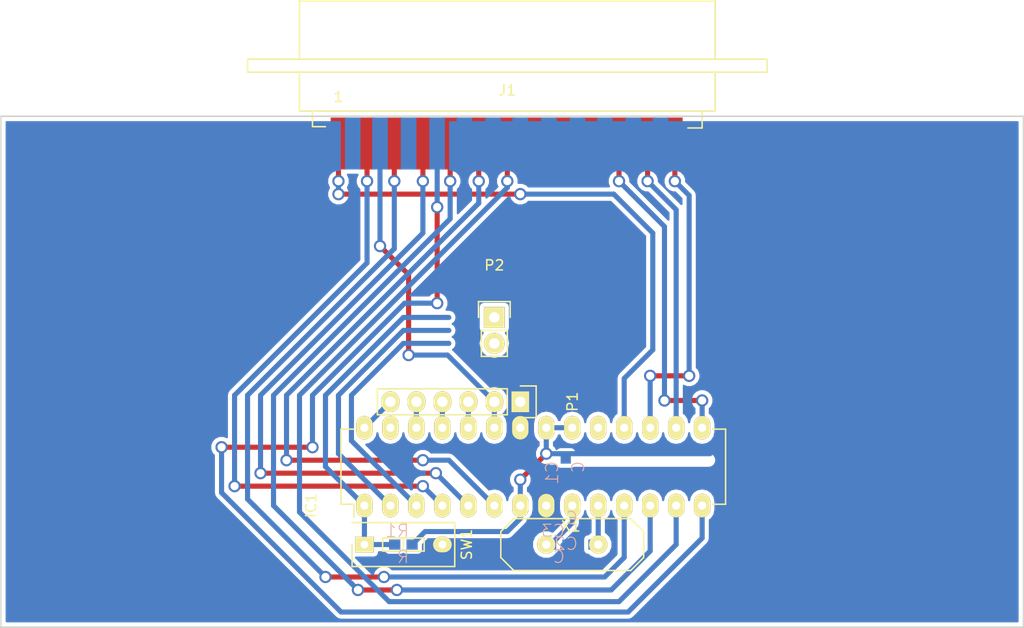
<source format=kicad_pcb>
(kicad_pcb (version 4) (host pcbnew 4.0.2-stable)

  (general
    (links 43)
    (no_connects 2)
    (area -0.075001 -0.075001 100.075001 50.075001)
    (thickness 1.6)
    (drawings 4)
    (tracks 190)
    (zones 0)
    (modules 10)
    (nets 24)
  )

  (page A4)
  (layers
    (0 F.Cu signal)
    (31 B.Cu signal)
    (32 B.Adhes user)
    (33 F.Adhes user)
    (34 B.Paste user)
    (35 F.Paste user)
    (36 B.SilkS user)
    (37 F.SilkS user)
    (38 B.Mask user)
    (39 F.Mask user)
    (40 Dwgs.User user)
    (41 Cmts.User user)
    (42 Eco1.User user)
    (43 Eco2.User user)
    (44 Edge.Cuts user)
    (45 Margin user)
    (46 B.CrtYd user)
    (47 F.CrtYd user)
    (48 B.Fab user)
    (49 F.Fab user)
  )

  (setup
    (last_trace_width 0.5)
    (user_trace_width 0.5)
    (user_trace_width 1)
    (trace_clearance 0.2)
    (zone_clearance 0.4)
    (zone_45_only no)
    (trace_min 0.2)
    (segment_width 0.2)
    (edge_width 0.15)
    (via_size 0.6)
    (via_drill 0.4)
    (via_min_size 0.4)
    (via_min_drill 0.3)
    (user_via 1.2 0.8)
    (uvia_size 0.3)
    (uvia_drill 0.1)
    (uvias_allowed no)
    (uvia_min_size 0.2)
    (uvia_min_drill 0.1)
    (pcb_text_width 0.3)
    (pcb_text_size 1.5 1.5)
    (mod_edge_width 0.15)
    (mod_text_size 1 1)
    (mod_text_width 0.15)
    (pad_size 1.524 1.524)
    (pad_drill 0.762)
    (pad_to_mask_clearance 0.2)
    (aux_axis_origin 0 0)
    (visible_elements 7FFFFFFF)
    (pcbplotparams
      (layerselection 0x00030_80000001)
      (usegerberextensions false)
      (excludeedgelayer true)
      (linewidth 0.100000)
      (plotframeref false)
      (viasonmask false)
      (mode 1)
      (useauxorigin false)
      (hpglpennumber 1)
      (hpglpenspeed 20)
      (hpglpendiameter 15)
      (hpglpenoverlay 2)
      (psnegative false)
      (psa4output false)
      (plotreference true)
      (plotvalue true)
      (plotinvisibletext false)
      (padsonsilk false)
      (subtractmaskfromsilk false)
      (outputformat 1)
      (mirror false)
      (drillshape 1)
      (scaleselection 1)
      (outputdirectory ""))
  )

  (net 0 "")
  (net 1 +5V)
  (net 2 GND)
  (net 3 "Net-(C2-Pad2)")
  (net 4 "Net-(C3-Pad2)")
  (net 5 /Probe)
  (net 6 "Net-(IC1-Pad1)")
  (net 7 /Arduino_RX)
  (net 8 /Arduino_TX)
  (net 9 /X_Step)
  (net 10 /Y_Step)
  (net 11 /Z_Step)
  (net 12 /X_Dir)
  (net 13 /Y_Dir)
  (net 14 /Z_Dir)
  (net 15 /Stepper_~EN)
  (net 16 /Limit_X)
  (net 17 /Limit_Y)
  (net 18 /Limit_Z)
  (net 19 /Spindle_EN)
  (net 20 /Reset/Abort)
  (net 21 /Feed_Hold)
  (net 22 /Cycle_Stat)
  (net 23 /Coolant_EN)

  (net_class Default "これは標準のネット クラスです。"
    (clearance 0.2)
    (trace_width 0.25)
    (via_dia 0.6)
    (via_drill 0.4)
    (uvia_dia 0.3)
    (uvia_drill 0.1)
    (add_net +5V)
    (add_net /Arduino_RX)
    (add_net /Arduino_TX)
    (add_net /Coolant_EN)
    (add_net /Cycle_Stat)
    (add_net /Feed_Hold)
    (add_net /Limit_X)
    (add_net /Limit_Y)
    (add_net /Limit_Z)
    (add_net /Probe)
    (add_net /Reset/Abort)
    (add_net /Spindle_EN)
    (add_net /Stepper_~EN)
    (add_net /X_Dir)
    (add_net /X_Step)
    (add_net /Y_Dir)
    (add_net /Y_Step)
    (add_net /Z_Dir)
    (add_net /Z_Step)
    (add_net GND)
    (add_net "Net-(C2-Pad2)")
    (add_net "Net-(C3-Pad2)")
    (add_net "Net-(IC1-Pad1)")
  )

  (module RP_KiCAD_Libs:C1608 (layer B.Cu) (tedit 0) (tstamp 57977A7D)
    (at 55.245 34.29 270)
    (descr <b>CAPACITOR</b>)
    (path /5796B62B)
    (fp_text reference C1 (at -0.635 0.635 270) (layer B.SilkS)
      (effects (font (size 1.2065 1.2065) (thickness 0.1016)) (justify left bottom mirror))
    )
    (fp_text value C (at -0.635 -1.905 270) (layer B.SilkS)
      (effects (font (size 1.2065 1.2065) (thickness 0.1016)) (justify left bottom mirror))
    )
    (fp_line (start -0.356 0.432) (end 0.356 0.432) (layer Dwgs.User) (width 0.1016))
    (fp_line (start -0.356 -0.419) (end 0.356 -0.419) (layer Dwgs.User) (width 0.1016))
    (fp_poly (pts (xy -0.8382 -0.4699) (xy -0.3381 -0.4699) (xy -0.3381 0.4801) (xy -0.8382 0.4801)) (layer Dwgs.User) (width 0))
    (fp_poly (pts (xy 0.3302 -0.4699) (xy 0.8303 -0.4699) (xy 0.8303 0.4801) (xy 0.3302 0.4801)) (layer Dwgs.User) (width 0))
    (fp_poly (pts (xy -0.1999 -0.3) (xy 0.1999 -0.3) (xy 0.1999 0.3) (xy -0.1999 0.3)) (layer B.Adhes) (width 0))
    (pad 1 smd rect (at -0.85 0 270) (size 1.1 1) (layers B.Cu B.Paste B.Mask)
      (net 1 +5V))
    (pad 2 smd rect (at 0.85 0 270) (size 1.1 1) (layers B.Cu B.Paste B.Mask)
      (net 2 GND))
    (model Resistors_SMD.3dshapes/R_0603.wrl
      (at (xyz 0 0 0))
      (scale (xyz 1 1 1))
      (rotate (xyz 0 0 0))
    )
  )

  (module RP_KiCAD_Libs:C1608 (layer B.Cu) (tedit 0) (tstamp 57977A83)
    (at 57.15 41.91)
    (descr <b>CAPACITOR</b>)
    (path /5796B5EE)
    (fp_text reference C2 (at -0.635 0.635) (layer B.SilkS)
      (effects (font (size 1.2065 1.2065) (thickness 0.1016)) (justify left bottom mirror))
    )
    (fp_text value C (at -0.635 -1.905) (layer B.SilkS)
      (effects (font (size 1.2065 1.2065) (thickness 0.1016)) (justify left bottom mirror))
    )
    (fp_line (start -0.356 0.432) (end 0.356 0.432) (layer Dwgs.User) (width 0.1016))
    (fp_line (start -0.356 -0.419) (end 0.356 -0.419) (layer Dwgs.User) (width 0.1016))
    (fp_poly (pts (xy -0.8382 -0.4699) (xy -0.3381 -0.4699) (xy -0.3381 0.4801) (xy -0.8382 0.4801)) (layer Dwgs.User) (width 0))
    (fp_poly (pts (xy 0.3302 -0.4699) (xy 0.8303 -0.4699) (xy 0.8303 0.4801) (xy 0.3302 0.4801)) (layer Dwgs.User) (width 0))
    (fp_poly (pts (xy -0.1999 -0.3) (xy 0.1999 -0.3) (xy 0.1999 0.3) (xy -0.1999 0.3)) (layer B.Adhes) (width 0))
    (pad 1 smd rect (at -0.85 0) (size 1.1 1) (layers B.Cu B.Paste B.Mask)
      (net 2 GND))
    (pad 2 smd rect (at 0.85 0) (size 1.1 1) (layers B.Cu B.Paste B.Mask)
      (net 3 "Net-(C2-Pad2)"))
    (model Resistors_SMD.3dshapes/R_0603.wrl
      (at (xyz 0 0 0))
      (scale (xyz 1 1 1))
      (rotate (xyz 0 0 0))
    )
  )

  (module RP_KiCAD_Libs:C1608 (layer B.Cu) (tedit 0) (tstamp 57977A89)
    (at 54.61 41.91 180)
    (descr <b>CAPACITOR</b>)
    (path /5796B54D)
    (fp_text reference C3 (at -0.635 0.635 180) (layer B.SilkS)
      (effects (font (size 1.2065 1.2065) (thickness 0.1016)) (justify left bottom mirror))
    )
    (fp_text value C (at -0.635 -1.905 180) (layer B.SilkS)
      (effects (font (size 1.2065 1.2065) (thickness 0.1016)) (justify left bottom mirror))
    )
    (fp_line (start -0.356 0.432) (end 0.356 0.432) (layer Dwgs.User) (width 0.1016))
    (fp_line (start -0.356 -0.419) (end 0.356 -0.419) (layer Dwgs.User) (width 0.1016))
    (fp_poly (pts (xy -0.8382 -0.4699) (xy -0.3381 -0.4699) (xy -0.3381 0.4801) (xy -0.8382 0.4801)) (layer Dwgs.User) (width 0))
    (fp_poly (pts (xy 0.3302 -0.4699) (xy 0.8303 -0.4699) (xy 0.8303 0.4801) (xy 0.3302 0.4801)) (layer Dwgs.User) (width 0))
    (fp_poly (pts (xy -0.1999 -0.3) (xy 0.1999 -0.3) (xy 0.1999 0.3) (xy -0.1999 0.3)) (layer B.Adhes) (width 0))
    (pad 1 smd rect (at -0.85 0 180) (size 1.1 1) (layers B.Cu B.Paste B.Mask)
      (net 2 GND))
    (pad 2 smd rect (at 0.85 0 180) (size 1.1 1) (layers B.Cu B.Paste B.Mask)
      (net 4 "Net-(C3-Pad2)"))
    (model Resistors_SMD.3dshapes/R_0603.wrl
      (at (xyz 0 0 0))
      (scale (xyz 1 1 1))
      (rotate (xyz 0 0 0))
    )
  )

  (module Housings_DIP:DIP-28_W7.62mm_LongPads (layer F.Cu) (tedit 54130A77) (tstamp 57977AB0)
    (at 35.56 38.1 90)
    (descr "28-lead dip package, row spacing 7.62 mm (300 mils), longer pads")
    (tags "dil dip 2.54 300")
    (path /5796B435)
    (fp_text reference IC1 (at 0 -5.22 90) (layer F.SilkS)
      (effects (font (size 1 1) (thickness 0.15)))
    )
    (fp_text value ATMEGA328-P (at 0 -3.72 90) (layer F.Fab)
      (effects (font (size 1 1) (thickness 0.15)))
    )
    (fp_line (start -1.4 -2.45) (end -1.4 35.5) (layer F.CrtYd) (width 0.05))
    (fp_line (start 9 -2.45) (end 9 35.5) (layer F.CrtYd) (width 0.05))
    (fp_line (start -1.4 -2.45) (end 9 -2.45) (layer F.CrtYd) (width 0.05))
    (fp_line (start -1.4 35.5) (end 9 35.5) (layer F.CrtYd) (width 0.05))
    (fp_line (start 0.135 -2.295) (end 0.135 -1.025) (layer F.SilkS) (width 0.15))
    (fp_line (start 7.485 -2.295) (end 7.485 -1.025) (layer F.SilkS) (width 0.15))
    (fp_line (start 7.485 35.315) (end 7.485 34.045) (layer F.SilkS) (width 0.15))
    (fp_line (start 0.135 35.315) (end 0.135 34.045) (layer F.SilkS) (width 0.15))
    (fp_line (start 0.135 -2.295) (end 7.485 -2.295) (layer F.SilkS) (width 0.15))
    (fp_line (start 0.135 35.315) (end 7.485 35.315) (layer F.SilkS) (width 0.15))
    (fp_line (start 0.135 -1.025) (end -1.15 -1.025) (layer F.SilkS) (width 0.15))
    (pad 1 thru_hole oval (at 0 0 90) (size 2.3 1.6) (drill 0.8) (layers *.Cu *.Mask F.SilkS)
      (net 6 "Net-(IC1-Pad1)"))
    (pad 2 thru_hole oval (at 0 2.54 90) (size 2.3 1.6) (drill 0.8) (layers *.Cu *.Mask F.SilkS)
      (net 7 /Arduino_RX))
    (pad 3 thru_hole oval (at 0 5.08 90) (size 2.3 1.6) (drill 0.8) (layers *.Cu *.Mask F.SilkS)
      (net 8 /Arduino_TX))
    (pad 4 thru_hole oval (at 0 7.62 90) (size 2.3 1.6) (drill 0.8) (layers *.Cu *.Mask F.SilkS)
      (net 9 /X_Step))
    (pad 5 thru_hole oval (at 0 10.16 90) (size 2.3 1.6) (drill 0.8) (layers *.Cu *.Mask F.SilkS)
      (net 10 /Y_Step))
    (pad 6 thru_hole oval (at 0 12.7 90) (size 2.3 1.6) (drill 0.8) (layers *.Cu *.Mask F.SilkS)
      (net 11 /Z_Step))
    (pad 7 thru_hole oval (at 0 15.24 90) (size 2.3 1.6) (drill 0.8) (layers *.Cu *.Mask F.SilkS)
      (net 1 +5V))
    (pad 8 thru_hole oval (at 0 17.78 90) (size 2.3 1.6) (drill 0.8) (layers *.Cu *.Mask F.SilkS)
      (net 2 GND))
    (pad 9 thru_hole oval (at 0 20.32 90) (size 2.3 1.6) (drill 0.8) (layers *.Cu *.Mask F.SilkS)
      (net 4 "Net-(C3-Pad2)"))
    (pad 10 thru_hole oval (at 0 22.86 90) (size 2.3 1.6) (drill 0.8) (layers *.Cu *.Mask F.SilkS)
      (net 3 "Net-(C2-Pad2)"))
    (pad 11 thru_hole oval (at 0 25.4 90) (size 2.3 1.6) (drill 0.8) (layers *.Cu *.Mask F.SilkS)
      (net 12 /X_Dir))
    (pad 12 thru_hole oval (at 0 27.94 90) (size 2.3 1.6) (drill 0.8) (layers *.Cu *.Mask F.SilkS)
      (net 13 /Y_Dir))
    (pad 13 thru_hole oval (at 0 30.48 90) (size 2.3 1.6) (drill 0.8) (layers *.Cu *.Mask F.SilkS)
      (net 14 /Z_Dir))
    (pad 14 thru_hole oval (at 0 33.02 90) (size 2.3 1.6) (drill 0.8) (layers *.Cu *.Mask F.SilkS)
      (net 15 /Stepper_~EN))
    (pad 15 thru_hole oval (at 7.62 33.02 90) (size 2.3 1.6) (drill 0.8) (layers *.Cu *.Mask F.SilkS)
      (net 16 /Limit_X))
    (pad 16 thru_hole oval (at 7.62 30.48 90) (size 2.3 1.6) (drill 0.8) (layers *.Cu *.Mask F.SilkS)
      (net 17 /Limit_Y))
    (pad 17 thru_hole oval (at 7.62 27.94 90) (size 2.3 1.6) (drill 0.8) (layers *.Cu *.Mask F.SilkS)
      (net 18 /Limit_Z))
    (pad 18 thru_hole oval (at 7.62 25.4 90) (size 2.3 1.6) (drill 0.8) (layers *.Cu *.Mask F.SilkS)
      (net 19 /Spindle_EN))
    (pad 19 thru_hole oval (at 7.62 22.86 90) (size 2.3 1.6) (drill 0.8) (layers *.Cu *.Mask F.SilkS))
    (pad 20 thru_hole oval (at 7.62 20.32 90) (size 2.3 1.6) (drill 0.8) (layers *.Cu *.Mask F.SilkS)
      (net 1 +5V))
    (pad 21 thru_hole oval (at 7.62 17.78 90) (size 2.3 1.6) (drill 0.8) (layers *.Cu *.Mask F.SilkS)
      (net 1 +5V))
    (pad 22 thru_hole oval (at 7.62 15.24 90) (size 2.3 1.6) (drill 0.8) (layers *.Cu *.Mask F.SilkS)
      (net 2 GND))
    (pad 23 thru_hole oval (at 7.62 12.7 90) (size 2.3 1.6) (drill 0.8) (layers *.Cu *.Mask F.SilkS)
      (net 20 /Reset/Abort))
    (pad 24 thru_hole oval (at 7.62 10.16 90) (size 2.3 1.6) (drill 0.8) (layers *.Cu *.Mask F.SilkS)
      (net 21 /Feed_Hold))
    (pad 25 thru_hole oval (at 7.62 7.62 90) (size 2.3 1.6) (drill 0.8) (layers *.Cu *.Mask F.SilkS)
      (net 22 /Cycle_Stat))
    (pad 26 thru_hole oval (at 7.62 5.08 90) (size 2.3 1.6) (drill 0.8) (layers *.Cu *.Mask F.SilkS)
      (net 23 /Coolant_EN))
    (pad 27 thru_hole oval (at 7.62 2.54 90) (size 2.3 1.6) (drill 0.8) (layers *.Cu *.Mask F.SilkS))
    (pad 28 thru_hole oval (at 7.62 0 90) (size 2.3 1.6) (drill 0.8) (layers *.Cu *.Mask F.SilkS)
      (net 5 /Probe))
    (model Housings_DIP.3dshapes/DIP-28_W7.62mm_LongPads.wrl
      (at (xyz 0 0 0))
      (scale (xyz 1 1 1))
      (rotate (xyz 0 0 0))
    )
  )

  (module Connect:DB25F_CI (layer F.Cu) (tedit 0) (tstamp 57977ACD)
    (at 49.53 0)
    (descr "Connecteur DB25 femelle encarte")
    (tags "CONN DB25")
    (path /5796B45F)
    (fp_text reference J1 (at 0 -2.54 180) (layer F.SilkS)
      (effects (font (size 1 1) (thickness 0.15)))
    )
    (fp_text value DB25 (at 0 -8.89 180) (layer F.Fab)
      (effects (font (size 1 1) (thickness 0.15)))
    )
    (fp_line (start 19.05 -0.508) (end 19.05 1.143) (layer F.SilkS) (width 0.15))
    (fp_line (start 19.05 1.143) (end 17.653 1.143) (layer F.SilkS) (width 0.15))
    (fp_line (start -19.05 -0.508) (end -19.05 1.016) (layer F.SilkS) (width 0.15))
    (fp_line (start -19.05 1.016) (end -17.78 1.016) (layer F.SilkS) (width 0.15))
    (fp_line (start 20.32 -0.508) (end -20.32 -0.508) (layer F.SilkS) (width 0.15))
    (fp_text user 1 (at -16.51 -1.905 180) (layer F.SilkS)
      (effects (font (size 1 1) (thickness 0.15)))
    )
    (fp_line (start -20.32 -0.508) (end -20.32 -4.318) (layer F.SilkS) (width 0.15))
    (fp_line (start -20.32 -4.318) (end 20.32 -4.318) (layer F.SilkS) (width 0.15))
    (fp_line (start 20.32 -4.318) (end 20.32 -0.508) (layer F.SilkS) (width 0.15))
    (fp_line (start -20.32 -4.318) (end -25.4 -4.318) (layer F.SilkS) (width 0.15))
    (fp_line (start -25.4 -4.318) (end -25.4 -5.588) (layer F.SilkS) (width 0.15))
    (fp_line (start -25.4 -5.588) (end 25.4 -5.588) (layer F.SilkS) (width 0.15))
    (fp_line (start 25.4 -5.588) (end 25.4 -4.318) (layer F.SilkS) (width 0.15))
    (fp_line (start 25.4 -4.318) (end 20.32 -4.318) (layer F.SilkS) (width 0.15))
    (fp_line (start -20.32 -5.588) (end -20.32 -11.303) (layer F.SilkS) (width 0.15))
    (fp_line (start -20.32 -11.303) (end 20.32 -11.303) (layer F.SilkS) (width 0.15))
    (fp_line (start 20.32 -11.303) (end 20.32 -5.588) (layer F.SilkS) (width 0.15))
    (pad 1 connect rect (at -16.51 2.667 90) (size 5.08 1.524) (layers F.Cu F.Mask)
      (net 19 /Spindle_EN))
    (pad 2 connect rect (at -13.716 2.667 90) (size 5.08 1.524) (layers F.Cu F.Mask)
      (net 9 /X_Step))
    (pad 3 connect rect (at -11.049 2.667 90) (size 5.08 1.524) (layers F.Cu F.Mask)
      (net 12 /X_Dir))
    (pad 4 connect rect (at -8.255 2.667 90) (size 5.08 1.524) (layers F.Cu F.Mask)
      (net 10 /Y_Step))
    (pad 5 connect rect (at -5.588 2.667 90) (size 5.08 1.524) (layers F.Cu F.Mask)
      (net 13 /Y_Dir))
    (pad 6 connect rect (at -2.794 2.667 90) (size 5.08 1.524) (layers F.Cu F.Mask)
      (net 11 /Z_Step))
    (pad 7 connect rect (at 0 2.667 90) (size 5.08 1.524) (layers F.Cu F.Mask)
      (net 14 /Z_Dir))
    (pad 8 connect rect (at 2.667 2.667 90) (size 5.08 1.524) (layers F.Cu F.Mask))
    (pad 9 connect rect (at 5.461 2.667 90) (size 5.08 1.524) (layers F.Cu F.Mask))
    (pad 10 connect rect (at 8.128 2.667 90) (size 5.08 1.524) (layers F.Cu F.Mask))
    (pad 11 connect rect (at 10.922 2.667 90) (size 5.08 1.524) (layers F.Cu F.Mask)
      (net 16 /Limit_X))
    (pad 12 connect rect (at 13.716 2.667 90) (size 5.08 1.524) (layers F.Cu F.Mask)
      (net 17 /Limit_Y))
    (pad 13 connect rect (at 16.383 2.667 90) (size 5.08 1.524) (layers F.Cu F.Mask)
      (net 18 /Limit_Z))
    (pad 14 connect rect (at -15.113 2.667 90) (size 5.08 1.524) (layers B.Cu B.Mask))
    (pad 15 connect rect (at -12.446 2.667 90) (size 5.08 1.524) (layers B.Cu B.Mask)
      (net 20 /Reset/Abort))
    (pad 16 connect rect (at -9.652 2.667 90) (size 5.08 1.524) (layers B.Cu B.Mask))
    (pad 17 connect rect (at -6.858 2.667 90) (size 5.08 1.524) (layers B.Cu B.Mask)
      (net 15 /Stepper_~EN))
    (pad 18 connect rect (at -4.191 2.667 90) (size 5.08 1.524) (layers B.Cu B.Mask)
      (net 2 GND))
    (pad 19 connect rect (at -1.397 2.667 90) (size 5.08 1.524) (layers B.Cu B.Mask)
      (net 2 GND))
    (pad 20 connect rect (at 1.27 2.667 90) (size 5.08 1.524) (layers B.Cu B.Mask)
      (net 2 GND))
    (pad 21 connect rect (at 4.064 2.667 90) (size 5.08 1.524) (layers B.Cu B.Mask)
      (net 2 GND))
    (pad 22 connect rect (at 6.858 2.667 90) (size 5.08 1.524) (layers B.Cu B.Mask)
      (net 2 GND))
    (pad 23 connect rect (at 9.525 2.667 90) (size 5.08 1.524) (layers B.Cu B.Mask)
      (net 2 GND))
    (pad 24 connect rect (at 12.319 2.667 90) (size 5.08 1.524) (layers B.Cu B.Mask)
      (net 2 GND))
    (pad 25 connect rect (at 14.986 2.667 90) (size 5.08 1.524) (layers B.Cu B.Mask)
      (net 2 GND))
    (model Connect.3dshapes/DB25F_CI.wrl
      (at (xyz 0 0 -0.033))
      (scale (xyz 0.98 1 1))
      (rotate (xyz 90 180 0))
    )
  )

  (module RP_KiCAD_Libs:C1608 (layer B.Cu) (tedit 0) (tstamp 57977AD3)
    (at 39.37 41.91 180)
    (descr <b>CAPACITOR</b>)
    (path /57971781)
    (fp_text reference R1 (at -0.635 0.635 180) (layer B.SilkS)
      (effects (font (size 1.2065 1.2065) (thickness 0.1016)) (justify left bottom mirror))
    )
    (fp_text value R (at -0.635 -1.905 180) (layer B.SilkS)
      (effects (font (size 1.2065 1.2065) (thickness 0.1016)) (justify left bottom mirror))
    )
    (fp_line (start -0.356 0.432) (end 0.356 0.432) (layer Dwgs.User) (width 0.1016))
    (fp_line (start -0.356 -0.419) (end 0.356 -0.419) (layer Dwgs.User) (width 0.1016))
    (fp_poly (pts (xy -0.8382 -0.4699) (xy -0.3381 -0.4699) (xy -0.3381 0.4801) (xy -0.8382 0.4801)) (layer Dwgs.User) (width 0))
    (fp_poly (pts (xy 0.3302 -0.4699) (xy 0.8303 -0.4699) (xy 0.8303 0.4801) (xy 0.3302 0.4801)) (layer Dwgs.User) (width 0))
    (fp_poly (pts (xy -0.1999 -0.3) (xy 0.1999 -0.3) (xy 0.1999 0.3) (xy -0.1999 0.3)) (layer B.Adhes) (width 0))
    (pad 1 smd rect (at -0.85 0 180) (size 1.1 1) (layers B.Cu B.Paste B.Mask)
      (net 1 +5V))
    (pad 2 smd rect (at 0.85 0 180) (size 1.1 1) (layers B.Cu B.Paste B.Mask)
      (net 6 "Net-(IC1-Pad1)"))
    (model Resistors_SMD.3dshapes/R_0603.wrl
      (at (xyz 0 0 0))
      (scale (xyz 1 1 1))
      (rotate (xyz 0 0 0))
    )
  )

  (module Crystals:HC-18UV (layer F.Cu) (tedit 0) (tstamp 5797850A)
    (at 55.88 41.91)
    (descr "Quartz boitier HC-18U vertical")
    (tags "QUARTZ DEV")
    (path /5796B4D6)
    (fp_text reference X1 (at -0.127 -1.778) (layer F.SilkS)
      (effects (font (size 1 1) (thickness 0.15)))
    )
    (fp_text value CRYSTAL (at 0 1.651) (layer F.Fab)
      (effects (font (size 1 1) (thickness 0.15)))
    )
    (fp_line (start -6.985 -1.27) (end -5.715 -2.54) (layer F.SilkS) (width 0.15))
    (fp_line (start 5.715 -2.54) (end 6.985 -1.27) (layer F.SilkS) (width 0.15))
    (fp_line (start 6.985 1.27) (end 5.715 2.54) (layer F.SilkS) (width 0.15))
    (fp_line (start -6.985 1.27) (end -5.715 2.54) (layer F.SilkS) (width 0.15))
    (fp_line (start -5.715 -2.54) (end 5.715 -2.54) (layer F.SilkS) (width 0.15))
    (fp_line (start -6.985 -1.27) (end -6.985 1.27) (layer F.SilkS) (width 0.15))
    (fp_line (start -5.715 2.54) (end 5.715 2.54) (layer F.SilkS) (width 0.15))
    (fp_line (start 6.985 1.27) (end 6.985 -1.27) (layer F.SilkS) (width 0.15))
    (pad 1 thru_hole circle (at -2.54 0) (size 1.778 1.778) (drill 0.8128) (layers *.Cu *.Mask F.SilkS)
      (net 4 "Net-(C3-Pad2)"))
    (pad 2 thru_hole circle (at 2.54 0) (size 1.778 1.778) (drill 0.8128) (layers *.Cu *.Mask F.SilkS)
      (net 3 "Net-(C2-Pad2)"))
    (model Crystals.3dshapes/HC-18UV.wrl
      (at (xyz 0 0 0))
      (scale (xyz 1 1 1))
      (rotate (xyz 0 0 0))
    )
    (model Crystals.3dshapes/HC-18UV.wrl
      (at (xyz 0 0 0))
      (scale (xyz 1 1 1))
      (rotate (xyz 0 0 0))
    )
  )

  (module Buttons_Switches_ThroughHole:SW_DIP_x1_Slide (layer F.Cu) (tedit 54C4BC96) (tstamp 57978850)
    (at 35.56 41.91 270)
    (descr "CTS Electrocomponents, Series 206/208")
    (path /579769FA)
    (fp_text reference SW1 (at 0 -10 270) (layer F.SilkS)
      (effects (font (size 1 1) (thickness 0.15)))
    )
    (fp_text value SW_PUSH_SMALL (at 0.5 2.4 270) (layer F.Fab)
      (effects (font (size 1 1) (thickness 0.15)))
    )
    (fp_line (start 2.5 1.55) (end -2.5 1.55) (layer F.CrtYd) (width 0.05))
    (fp_line (start -2.5 1.55) (end -2.5 -9.15) (layer F.CrtYd) (width 0.05))
    (fp_line (start -2.5 -9.15) (end 2.5 -9.15) (layer F.CrtYd) (width 0.05))
    (fp_line (start 2.5 -9.15) (end 2.5 1.55) (layer F.CrtYd) (width 0.05))
    (fp_line (start -2.15 -8.83) (end 2.15 -8.83) (layer F.SilkS) (width 0.15))
    (fp_line (start 0 1.21) (end 2.15 1.21) (layer F.SilkS) (width 0.15))
    (fp_line (start -2.15 -8.83) (end -2.15 1.21) (layer F.SilkS) (width 0.15))
    (fp_line (start 2.15 -8.83) (end 2.15 1.21) (layer F.SilkS) (width 0.15))
    (fp_line (start -0.64 -3.81) (end 0.64 -3.81) (layer F.SilkS) (width 0.15))
    (fp_line (start -0.64 -5.84) (end -0.64 -1.78) (layer F.SilkS) (width 0.15))
    (fp_line (start -0.64 -1.78) (end 0.64 -1.78) (layer F.SilkS) (width 0.15))
    (fp_line (start 0.64 -1.78) (end 0.64 -5.84) (layer F.SilkS) (width 0.15))
    (fp_line (start 0.64 -5.84) (end -0.64 -5.84) (layer F.SilkS) (width 0.15))
    (pad 1 thru_hole rect (at 0 0 270) (size 1.524 1.824) (drill 0.762) (layers *.Cu *.Mask F.SilkS)
      (net 6 "Net-(IC1-Pad1)"))
    (pad 2 thru_hole oval (at 0 -7.62 270) (size 1.524 1.824) (drill 0.762) (layers *.Cu *.Mask F.SilkS)
      (net 2 GND))
    (model Buttons_Switches_ThroughHole.3dshapes/SW_DIP_x1_Slide.wrl
      (at (xyz 0 0 0))
      (scale (xyz 1 1 1))
      (rotate (xyz 0 0 0))
    )
  )

  (module Pin_Headers:Pin_Header_Straight_1x06 (layer F.Cu) (tedit 0) (tstamp 57978AC0)
    (at 50.8 27.94 270)
    (descr "Through hole pin header")
    (tags "pin header")
    (path /57979041)
    (fp_text reference P1 (at 0 -5.1 270) (layer F.SilkS)
      (effects (font (size 1 1) (thickness 0.15)))
    )
    (fp_text value CONN_01X06 (at 0 -3.1 270) (layer F.Fab)
      (effects (font (size 1 1) (thickness 0.15)))
    )
    (fp_line (start -1.75 -1.75) (end -1.75 14.45) (layer F.CrtYd) (width 0.05))
    (fp_line (start 1.75 -1.75) (end 1.75 14.45) (layer F.CrtYd) (width 0.05))
    (fp_line (start -1.75 -1.75) (end 1.75 -1.75) (layer F.CrtYd) (width 0.05))
    (fp_line (start -1.75 14.45) (end 1.75 14.45) (layer F.CrtYd) (width 0.05))
    (fp_line (start 1.27 1.27) (end 1.27 13.97) (layer F.SilkS) (width 0.15))
    (fp_line (start 1.27 13.97) (end -1.27 13.97) (layer F.SilkS) (width 0.15))
    (fp_line (start -1.27 13.97) (end -1.27 1.27) (layer F.SilkS) (width 0.15))
    (fp_line (start 1.55 -1.55) (end 1.55 0) (layer F.SilkS) (width 0.15))
    (fp_line (start 1.27 1.27) (end -1.27 1.27) (layer F.SilkS) (width 0.15))
    (fp_line (start -1.55 0) (end -1.55 -1.55) (layer F.SilkS) (width 0.15))
    (fp_line (start -1.55 -1.55) (end 1.55 -1.55) (layer F.SilkS) (width 0.15))
    (pad 1 thru_hole rect (at 0 0 270) (size 2.032 1.7272) (drill 1.016) (layers *.Cu *.Mask F.SilkS)
      (net 2 GND))
    (pad 2 thru_hole oval (at 0 2.54 270) (size 2.032 1.7272) (drill 1.016) (layers *.Cu *.Mask F.SilkS)
      (net 20 /Reset/Abort))
    (pad 3 thru_hole oval (at 0 5.08 270) (size 2.032 1.7272) (drill 1.016) (layers *.Cu *.Mask F.SilkS)
      (net 21 /Feed_Hold))
    (pad 4 thru_hole oval (at 0 7.62 270) (size 2.032 1.7272) (drill 1.016) (layers *.Cu *.Mask F.SilkS)
      (net 22 /Cycle_Stat))
    (pad 5 thru_hole oval (at 0 10.16 270) (size 2.032 1.7272) (drill 1.016) (layers *.Cu *.Mask F.SilkS)
      (net 23 /Coolant_EN))
    (pad 6 thru_hole oval (at 0 12.7 270) (size 2.032 1.7272) (drill 1.016) (layers *.Cu *.Mask F.SilkS)
      (net 5 /Probe))
    (model Pin_Headers.3dshapes/Pin_Header_Straight_1x06.wrl
      (at (xyz 0 -0.25 0))
      (scale (xyz 1 1 1))
      (rotate (xyz 0 0 90))
    )
  )

  (module Pin_Headers:Pin_Header_Straight_1x02 (layer F.Cu) (tedit 54EA090C) (tstamp 57978B17)
    (at 48.26 19.685)
    (descr "Through hole pin header")
    (tags "pin header")
    (path /57979638)
    (fp_text reference P2 (at 0 -5.1) (layer F.SilkS)
      (effects (font (size 1 1) (thickness 0.15)))
    )
    (fp_text value CONN_01X02 (at 0 -3.1) (layer F.Fab)
      (effects (font (size 1 1) (thickness 0.15)))
    )
    (fp_line (start 1.27 1.27) (end 1.27 3.81) (layer F.SilkS) (width 0.15))
    (fp_line (start 1.55 -1.55) (end 1.55 0) (layer F.SilkS) (width 0.15))
    (fp_line (start -1.75 -1.75) (end -1.75 4.3) (layer F.CrtYd) (width 0.05))
    (fp_line (start 1.75 -1.75) (end 1.75 4.3) (layer F.CrtYd) (width 0.05))
    (fp_line (start -1.75 -1.75) (end 1.75 -1.75) (layer F.CrtYd) (width 0.05))
    (fp_line (start -1.75 4.3) (end 1.75 4.3) (layer F.CrtYd) (width 0.05))
    (fp_line (start 1.27 1.27) (end -1.27 1.27) (layer F.SilkS) (width 0.15))
    (fp_line (start -1.55 0) (end -1.55 -1.55) (layer F.SilkS) (width 0.15))
    (fp_line (start -1.55 -1.55) (end 1.55 -1.55) (layer F.SilkS) (width 0.15))
    (fp_line (start -1.27 1.27) (end -1.27 3.81) (layer F.SilkS) (width 0.15))
    (fp_line (start -1.27 3.81) (end 1.27 3.81) (layer F.SilkS) (width 0.15))
    (pad 1 thru_hole rect (at 0 0) (size 2.032 2.032) (drill 1.016) (layers *.Cu *.Mask F.SilkS)
      (net 8 /Arduino_TX))
    (pad 2 thru_hole oval (at 0 2.54) (size 2.032 2.032) (drill 1.016) (layers *.Cu *.Mask F.SilkS)
      (net 7 /Arduino_RX))
    (model Pin_Headers.3dshapes/Pin_Header_Straight_1x02.wrl
      (at (xyz 0 -0.05 0))
      (scale (xyz 1 1 1))
      (rotate (xyz 0 0 90))
    )
  )

  (gr_line (start 0 50) (end 0 0) (angle 90) (layer Edge.Cuts) (width 0.15))
  (gr_line (start 100 50) (end 0 50) (angle 90) (layer Edge.Cuts) (width 0.15))
  (gr_line (start 100 0) (end 100 50) (angle 90) (layer Edge.Cuts) (width 0.15))
  (gr_line (start 0 0) (end 100 0) (angle 90) (layer Edge.Cuts) (width 0.15))

  (segment (start 54.61 33.02) (end 54.825 33.02) (width 0.5) (layer B.Cu) (net 1) (status 800000))
  (segment (start 54.825 33.02) (end 55.245 33.44) (width 0.5) (layer B.Cu) (net 1) (tstamp 579791EB) (status C00000))
  (segment (start 53.34 33.02) (end 54.61 33.02) (width 0.5) (layer B.Cu) (net 1))
  (segment (start 54.61 33.02) (end 69.342 33.02) (width 0.5) (layer B.Cu) (net 1) (tstamp 579791E9))
  (segment (start 50.8 38.1) (end 50.8 39.37) (width 0.5) (layer B.Cu) (net 1))
  (segment (start 49.53 40.64) (end 48.26 40.64) (width 0.5) (layer B.Cu) (net 1) (tstamp 57978B6E))
  (segment (start 50.8 39.37) (end 49.53 40.64) (width 0.5) (layer B.Cu) (net 1) (tstamp 57978B6D))
  (segment (start 55.245 33.44) (end 55.46 33.655) (width 0.5) (layer B.Cu) (net 1))
  (segment (start 40.22 41.91) (end 41.49 40.64) (width 0.5) (layer B.Cu) (net 1))
  (segment (start 41.49 40.64) (end 48.26 40.64) (width 0.5) (layer B.Cu) (net 1) (tstamp 5797887C))
  (segment (start 53.34 30.48) (end 55.88 30.48) (width 0.5) (layer B.Cu) (net 1))
  (segment (start 53.34 30.48) (end 53.34 33.02) (width 0.5) (layer B.Cu) (net 1))
  (segment (start 50.8 35.56) (end 50.8 38.1) (width 0.5) (layer B.Cu) (net 1) (tstamp 5797840A))
  (via (at 50.8 35.56) (size 1.2) (drill 0.8) (layers F.Cu B.Cu) (net 1))
  (segment (start 53.34 33.02) (end 50.8 35.56) (width 0.5) (layer F.Cu) (net 1) (tstamp 57978407))
  (via (at 53.34 33.02) (size 1.2) (drill 0.8) (layers F.Cu B.Cu) (net 1))
  (segment (start 54.356 35.56) (end 54.825 35.56) (width 0.5) (layer B.Cu) (net 2) (status 800000))
  (segment (start 54.825 35.56) (end 55.245 35.14) (width 0.5) (layer B.Cu) (net 2) (tstamp 579791F0) (status C00000))
  (segment (start 53.34 35.56) (end 54.356 35.56) (width 0.5) (layer B.Cu) (net 2))
  (segment (start 54.356 35.56) (end 69.342 35.56) (width 0.5) (layer B.Cu) (net 2) (tstamp 579791EE))
  (segment (start 50.8 27.94) (end 50.8 30.48) (width 0.5) (layer B.Cu) (net 2))
  (segment (start 55.245 35.14) (end 55.46 34.925) (width 0.5) (layer B.Cu) (net 2))
  (segment (start 43.18 41.91) (end 49.53 41.91) (width 0.5) (layer B.Cu) (net 2))
  (segment (start 49.53 41.91) (end 51.435 40.005) (width 0.5) (layer B.Cu) (net 2) (tstamp 5797886F))
  (segment (start 55.46 41.91) (end 53.555 43.815) (width 0.5) (layer B.Cu) (net 2))
  (segment (start 51.435 40.005) (end 53.34 38.1) (width 0.5) (layer B.Cu) (net 2) (tstamp 57978548))
  (segment (start 51.435 42.545) (end 51.435 40.005) (width 0.5) (layer B.Cu) (net 2) (tstamp 57978547))
  (segment (start 52.705 43.815) (end 51.435 42.545) (width 0.5) (layer B.Cu) (net 2) (tstamp 57978546))
  (segment (start 53.555 43.815) (end 52.705 43.815) (width 0.5) (layer B.Cu) (net 2) (tstamp 57978545))
  (segment (start 56.3 41.91) (end 55.46 41.91) (width 0.5) (layer B.Cu) (net 2))
  (segment (start 50.8 30.48) (end 50.8 33.02) (width 0.5) (layer B.Cu) (net 2))
  (segment (start 50.8 33.02) (end 53.34 35.56) (width 0.5) (layer B.Cu) (net 2) (tstamp 579783FF))
  (segment (start 53.34 35.56) (end 53.34 38.1) (width 0.5) (layer B.Cu) (net 2) (tstamp 57978401))
  (segment (start 58.42 38.1) (end 58.42 41.91) (width 0.5) (layer B.Cu) (net 3))
  (segment (start 58.42 41.91) (end 58 41.91) (width 0.5) (layer B.Cu) (net 3) (tstamp 5797853A))
  (segment (start 55.88 38.1) (end 55.88 39.79) (width 0.5) (layer B.Cu) (net 4))
  (segment (start 55.88 39.79) (end 53.76 41.91) (width 0.5) (layer B.Cu) (net 4) (tstamp 5797853E))
  (segment (start 35.56 30.48) (end 38.1 27.94) (width 0.5) (layer B.Cu) (net 5))
  (segment (start 35.56 30.48) (end 35.56 29.845) (width 0.5) (layer B.Cu) (net 5))
  (segment (start 43.815 19.685) (end 39.37 19.685) (width 0.5) (layer B.Cu) (net 6))
  (segment (start 31.75 34.29) (end 31.75 27.305) (width 0.5) (layer B.Cu) (net 6) (tstamp 57978E7B))
  (segment (start 31.75 27.305) (end 39.37 19.685) (width 0.5) (layer B.Cu) (net 6) (tstamp 57978E7D))
  (segment (start 31.75 34.29) (end 35.56 38.1) (width 0.5) (layer B.Cu) (net 6) (status 800000))
  (segment (start 35.56 41.91) (end 38.52 41.91) (width 0.5) (layer B.Cu) (net 6))
  (segment (start 35.56 41.91) (end 35.56 38.1) (width 0.5) (layer B.Cu) (net 6))
  (segment (start 38.1 38.1) (end 33.02 33.02) (width 0.5) (layer B.Cu) (net 7) (status 400000))
  (segment (start 39.37 20.955) (end 43.815 20.955) (width 0.5) (layer B.Cu) (net 7) (tstamp 57978EA3))
  (segment (start 33.02 27.305) (end 39.37 20.955) (width 0.5) (layer B.Cu) (net 7) (tstamp 57978EA1))
  (segment (start 33.02 33.02) (end 33.02 27.305) (width 0.5) (layer B.Cu) (net 7) (tstamp 57978E9F))
  (segment (start 34.29 27.305) (end 39.37 22.225) (width 0.5) (layer B.Cu) (net 8))
  (segment (start 34.29 31.75) (end 34.29 27.305) (width 0.5) (layer B.Cu) (net 8) (tstamp 57978B2C))
  (segment (start 40.64 38.1) (end 34.29 31.75) (width 0.5) (layer B.Cu) (net 8))
  (segment (start 39.37 22.225) (end 43.815 22.225) (width 0.5) (layer B.Cu) (net 8) (tstamp 57978B44))
  (segment (start 23.495 36.195) (end 22.86 36.195) (width 0.5) (layer F.Cu) (net 9))
  (segment (start 22.86 27.305) (end 23.495 26.67) (width 0.5) (layer B.Cu) (net 9) (tstamp 57978E56))
  (segment (start 22.86 36.195) (end 22.86 27.305) (width 0.5) (layer B.Cu) (net 9) (tstamp 57978E55))
  (via (at 22.86 36.195) (size 1.2) (drill 0.8) (layers F.Cu B.Cu) (net 9))
  (segment (start 31.115 36.195) (end 41.275 36.195) (width 0.5) (layer F.Cu) (net 9))
  (via (at 41.275 36.195) (size 1.2) (drill 0.8) (layers F.Cu B.Cu) (net 9))
  (segment (start 35.814 14.351) (end 23.495 26.67) (width 0.5) (layer B.Cu) (net 9) (tstamp 5797837A))
  (segment (start 35.814 6.35) (end 35.814 14.351) (width 0.5) (layer B.Cu) (net 9))
  (segment (start 41.275 36.195) (end 43.18 38.1) (width 0.5) (layer B.Cu) (net 9) (tstamp 57978357))
  (segment (start 23.495 36.195) (end 31.115 36.195) (width 0.5) (layer F.Cu) (net 9) (tstamp 57978353))
  (segment (start 35.814 6.35) (end 35.814 6.35) (width 0.5) (layer B.Cu) (net 9))
  (via (at 35.814 6.35) (size 1.2) (drill 0.8) (layers F.Cu B.Cu) (net 9))
  (segment (start 35.814 2.667) (end 35.814 6.35) (width 0.5) (layer F.Cu) (net 9) (status 400000))
  (segment (start 26.035 34.925) (end 25.4 34.925) (width 0.5) (layer F.Cu) (net 10))
  (segment (start 25.4 27.305) (end 26.035 26.67) (width 0.5) (layer B.Cu) (net 10) (tstamp 57978E64))
  (segment (start 25.4 34.925) (end 25.4 27.305) (width 0.5) (layer B.Cu) (net 10) (tstamp 57978E63))
  (via (at 25.4 34.925) (size 1.2) (drill 0.8) (layers F.Cu B.Cu) (net 10))
  (segment (start 33.655 34.925) (end 42.545 34.925) (width 0.5) (layer F.Cu) (net 10))
  (via (at 42.545 34.925) (size 1.2) (drill 0.8) (layers F.Cu B.Cu) (net 10))
  (segment (start 41.275 6.35) (end 41.275 11.43) (width 0.5) (layer B.Cu) (net 10))
  (segment (start 41.275 11.43) (end 26.035 26.67) (width 0.5) (layer B.Cu) (net 10) (tstamp 5797836E))
  (segment (start 41.275 2.667) (end 41.275 6.35) (width 0.5) (layer F.Cu) (net 10) (status 400000))
  (via (at 41.275 6.35) (size 1.2) (drill 0.8) (layers F.Cu B.Cu) (net 10))
  (segment (start 42.545 34.925) (end 45.72 38.1) (width 0.5) (layer B.Cu) (net 10) (tstamp 5797833A))
  (segment (start 26.035 34.925) (end 33.655 34.925) (width 0.5) (layer F.Cu) (net 10) (tstamp 57978336))
  (segment (start 28.575 26.67) (end 27.94 27.305) (width 0.5) (layer B.Cu) (net 11))
  (segment (start 27.94 33.655) (end 28.575 33.655) (width 0.5) (layer F.Cu) (net 11) (tstamp 57978E6D))
  (via (at 27.94 33.655) (size 1.2) (drill 0.8) (layers F.Cu B.Cu) (net 11))
  (segment (start 27.94 27.305) (end 27.94 33.655) (width 0.5) (layer B.Cu) (net 11) (tstamp 57978E6B))
  (segment (start 31.115 33.655) (end 41.275 33.655) (width 0.5) (layer F.Cu) (net 11))
  (via (at 41.275 33.655) (size 1.2) (drill 0.8) (layers F.Cu B.Cu) (net 11))
  (segment (start 46.736 6.35) (end 46.736 8.509) (width 0.5) (layer B.Cu) (net 11))
  (segment (start 46.736 8.509) (end 28.575 26.67) (width 0.5) (layer B.Cu) (net 11) (tstamp 57978363))
  (segment (start 48.26 38.1) (end 43.815 33.655) (width 0.5) (layer B.Cu) (net 11))
  (segment (start 43.815 33.655) (end 41.275 33.655) (width 0.5) (layer B.Cu) (net 11) (tstamp 5797835A))
  (segment (start 31.115 33.655) (end 28.575 33.655) (width 0.5) (layer F.Cu) (net 11) (tstamp 5797835D))
  (via (at 46.736 6.35) (size 1.2) (drill 0.8) (layers F.Cu B.Cu) (net 11))
  (segment (start 46.736 2.667) (end 46.736 6.35) (width 0.5) (layer F.Cu) (net 11) (status 400000))
  (segment (start 24.765 26.67) (end 24.13 27.305) (width 0.5) (layer B.Cu) (net 12))
  (segment (start 24.13 37.465) (end 24.765 38.1) (width 0.5) (layer B.Cu) (net 12) (tstamp 57978E5A))
  (segment (start 24.13 27.305) (end 24.13 37.465) (width 0.5) (layer B.Cu) (net 12) (tstamp 57978E59))
  (segment (start 60.96 38.1) (end 60.96 43.18) (width 0.5) (layer B.Cu) (net 12))
  (segment (start 24.765 38.1) (end 31.115 44.45) (width 0.5) (layer B.Cu) (net 12) (tstamp 57978340))
  (segment (start 60.96 43.18) (end 59.055 45.085) (width 0.5) (layer B.Cu) (net 12) (tstamp 57978493))
  (segment (start 59.055 45.085) (end 37.465 45.085) (width 0.5) (layer B.Cu) (net 12) (tstamp 57978494))
  (via (at 37.465 45.085) (size 1.2) (drill 0.8) (layers F.Cu B.Cu) (net 12))
  (segment (start 37.465 45.085) (end 31.75 45.085) (width 0.5) (layer F.Cu) (net 12) (tstamp 57978496))
  (via (at 31.75 45.085) (size 1.2) (drill 0.8) (layers F.Cu B.Cu) (net 12))
  (segment (start 31.75 45.085) (end 31.115 44.45) (width 0.5) (layer B.Cu) (net 12) (tstamp 57978499))
  (segment (start 38.481 6.35) (end 38.481 12.954) (width 0.5) (layer B.Cu) (net 12))
  (segment (start 38.481 12.954) (end 24.765 26.67) (width 0.5) (layer B.Cu) (net 12) (tstamp 57978374))
  (segment (start 38.481 2.667) (end 38.481 6.35) (width 0.5) (layer F.Cu) (net 12) (status 400000))
  (via (at 38.481 6.35) (size 1.2) (drill 0.8) (layers F.Cu B.Cu) (net 12))
  (segment (start 63.5 38.1) (end 63.5 42.545) (width 0.5) (layer B.Cu) (net 13))
  (segment (start 34.925 46.355) (end 34.29 45.72) (width 0.5) (layer B.Cu) (net 13) (tstamp 5797848B))
  (via (at 34.925 46.355) (size 1.2) (drill 0.8) (layers F.Cu B.Cu) (net 13))
  (segment (start 38.735 46.355) (end 34.925 46.355) (width 0.5) (layer F.Cu) (net 13) (tstamp 57978488))
  (via (at 38.735 46.355) (size 1.2) (drill 0.8) (layers F.Cu B.Cu) (net 13))
  (segment (start 59.69 46.355) (end 38.735 46.355) (width 0.5) (layer B.Cu) (net 13) (tstamp 57978485))
  (segment (start 63.5 42.545) (end 59.69 46.355) (width 0.5) (layer B.Cu) (net 13) (tstamp 57978483))
  (segment (start 43.942 6.35) (end 43.942 10.033) (width 0.5) (layer B.Cu) (net 13))
  (segment (start 43.942 10.033) (end 26.67 27.305) (width 0.5) (layer B.Cu) (net 13) (tstamp 57978368))
  (via (at 43.942 6.35) (size 1.2) (drill 0.8) (layers F.Cu B.Cu) (net 13))
  (segment (start 43.942 2.667) (end 43.942 6.35) (width 0.5) (layer F.Cu) (net 13) (status 400000))
  (segment (start 26.67 38.1) (end 34.29 45.72) (width 0.5) (layer B.Cu) (net 13) (tstamp 57978328))
  (segment (start 26.67 27.305) (end 26.67 38.1) (width 0.5) (layer B.Cu) (net 13) (tstamp 5797836C))
  (segment (start 37.465 46.99) (end 37.973 47.498) (width 0.5) (layer B.Cu) (net 14))
  (segment (start 29.21 27.305) (end 29.21 38.735) (width 0.5) (layer B.Cu) (net 14) (tstamp 57978383))
  (segment (start 29.21 38.735) (end 37.465 46.99) (width 0.5) (layer B.Cu) (net 14) (tstamp 57978310))
  (segment (start 49.53 2.667) (end 49.53 6.35) (width 0.5) (layer F.Cu) (net 14) (status 400000))
  (via (at 49.53 6.35) (size 1.2) (drill 0.8) (layers F.Cu B.Cu) (net 14))
  (segment (start 49.53 6.985) (end 29.21 27.305) (width 0.5) (layer B.Cu) (net 14) (tstamp 57978380))
  (segment (start 49.53 6.35) (end 49.53 6.985) (width 0.5) (layer B.Cu) (net 14))
  (segment (start 66.04 41.91) (end 66.04 38.1) (width 0.5) (layer B.Cu) (net 14))
  (segment (start 60.452 47.498) (end 66.04 41.91) (width 0.5) (layer B.Cu) (net 14) (tstamp 5797847E))
  (segment (start 37.973 47.498) (end 60.452 47.498) (width 0.5) (layer B.Cu) (net 14) (tstamp 5797847D))
  (via (at 30.48 32.385) (size 1.2) (drill 0.8) (layers F.Cu B.Cu) (net 15))
  (segment (start 31.115 26.67) (end 30.48 27.305) (width 0.5) (layer B.Cu) (net 15) (tstamp 57978E78))
  (segment (start 30.48 27.305) (end 30.48 32.385) (width 0.5) (layer B.Cu) (net 15) (tstamp 57978E77))
  (segment (start 22.225 37.465) (end 21.59 36.83) (width 0.5) (layer B.Cu) (net 15))
  (segment (start 21.59 32.385) (end 22.225 32.385) (width 0.5) (layer F.Cu) (net 15) (tstamp 57978E4E))
  (via (at 21.59 32.385) (size 1.2) (drill 0.8) (layers F.Cu B.Cu) (net 15))
  (segment (start 21.59 36.83) (end 21.59 32.385) (width 0.5) (layer B.Cu) (net 15) (tstamp 57978E4B))
  (segment (start 42.672 2.667) (end 42.672 8.89) (width 0.5) (layer B.Cu) (net 15) (status 400000))
  (segment (start 42.672 8.89) (end 42.672 12.192) (width 0.5) (layer F.Cu) (net 15) (tstamp 57978D7B))
  (via (at 42.672 8.89) (size 1.2) (drill 0.8) (layers F.Cu B.Cu) (net 15))
  (segment (start 30.48 32.385) (end 22.225 32.385) (width 0.5) (layer F.Cu) (net 15) (tstamp 57978E74))
  (segment (start 42.672 18.288) (end 39.497 18.288) (width 0.5) (layer B.Cu) (net 15))
  (segment (start 39.497 18.288) (end 31.115 26.67) (width 0.5) (layer B.Cu) (net 15) (tstamp 57978B31))
  (via (at 42.672 18.288) (size 1.2) (drill 0.8) (layers F.Cu B.Cu) (net 15))
  (segment (start 42.672 12.192) (end 42.672 18.288) (width 0.5) (layer F.Cu) (net 15))
  (segment (start 61.341 48.514) (end 33.274 48.514) (width 0.5) (layer B.Cu) (net 15))
  (segment (start 68.58 38.1) (end 68.58 41.275) (width 0.5) (layer B.Cu) (net 15))
  (segment (start 68.58 41.275) (end 61.341 48.514) (width 0.5) (layer B.Cu) (net 15) (tstamp 5797840F))
  (segment (start 33.274 48.514) (end 22.225 37.465) (width 0.5) (layer B.Cu) (net 15) (tstamp 579783D7))
  (segment (start 60.452 6.35) (end 64.897 10.795) (width 0.5) (layer B.Cu) (net 16))
  (segment (start 64.897 10.795) (end 64.897 27.813) (width 0.5) (layer B.Cu) (net 16) (tstamp 57978F64))
  (segment (start 68.58 30.48) (end 68.58 27.813) (width 0.5) (layer B.Cu) (net 16))
  (via (at 60.452 6.35) (size 1.2) (drill 0.8) (layers F.Cu B.Cu) (net 16))
  (segment (start 60.452 6.35) (end 60.452 2.667) (width 0.5) (layer F.Cu) (net 16) (status 800000))
  (via (at 64.897 27.813) (size 1.2) (drill 0.8) (layers F.Cu B.Cu) (net 16))
  (segment (start 68.58 27.813) (end 64.897 27.813) (width 0.5) (layer F.Cu) (net 16) (tstamp 5797822B))
  (via (at 68.58 27.813) (size 1.2) (drill 0.8) (layers F.Cu B.Cu) (net 16))
  (segment (start 63.246 6.35) (end 66.04 9.144) (width 0.5) (layer B.Cu) (net 17))
  (segment (start 66.04 9.144) (end 66.04 30.48) (width 0.5) (layer B.Cu) (net 17) (tstamp 57978F60) (status 800000))
  (via (at 63.246 6.35) (size 1.2) (drill 0.8) (layers F.Cu B.Cu) (net 17))
  (segment (start 63.246 2.667) (end 63.246 6.35) (width 0.5) (layer F.Cu) (net 17) (status 400000))
  (via (at 67.31 25.4) (size 1.2) (drill 0.8) (layers F.Cu B.Cu) (net 18))
  (segment (start 65.913 6.35) (end 67.31 7.747) (width 0.5) (layer B.Cu) (net 18) (tstamp 57978F5D))
  (segment (start 67.31 7.747) (end 67.31 25.4) (width 0.5) (layer B.Cu) (net 18) (tstamp 57978F5C))
  (segment (start 65.913 2.667) (end 65.913 6.35) (width 0.5) (layer F.Cu) (net 18) (status 400000))
  (via (at 65.913 6.35) (size 1.2) (drill 0.8) (layers F.Cu B.Cu) (net 18))
  (segment (start 63.5 25.4) (end 63.5 30.48) (width 0.5) (layer B.Cu) (net 18) (tstamp 5797821C))
  (via (at 63.5 25.4) (size 1.2) (drill 0.8) (layers F.Cu B.Cu) (net 18))
  (segment (start 67.31 25.4) (end 63.5 25.4) (width 0.5) (layer F.Cu) (net 18) (tstamp 57978F59))
  (segment (start 50.8 7.62) (end 59.944 7.62) (width 0.5) (layer B.Cu) (net 19))
  (segment (start 63.754 22.86) (end 60.96 25.654) (width 0.5) (layer B.Cu) (net 19) (tstamp 57978F76))
  (segment (start 63.754 11.43) (end 63.754 22.86) (width 0.5) (layer B.Cu) (net 19) (tstamp 57978F74))
  (segment (start 59.944 7.62) (end 63.754 11.43) (width 0.5) (layer B.Cu) (net 19) (tstamp 57978F70))
  (via (at 33.02 7.62) (size 1.2) (drill 0.8) (layers F.Cu B.Cu) (net 19))
  (via (at 50.8 7.62) (size 1.2) (drill 0.8) (layers F.Cu B.Cu) (net 19))
  (segment (start 50.8 7.62) (end 33.02 7.62) (width 0.5) (layer F.Cu) (net 19) (tstamp 57978D6B))
  (segment (start 33.02 6.35) (end 33.02 7.62) (width 0.5) (layer B.Cu) (net 19))
  (via (at 33.02 6.35) (size 1.2) (drill 0.8) (layers F.Cu B.Cu) (net 19))
  (segment (start 33.02 2.667) (end 33.02 6.35) (width 0.5) (layer F.Cu) (net 19) (status 400000))
  (segment (start 60.96 25.654) (end 60.96 30.48) (width 0.5) (layer B.Cu) (net 19) (tstamp 57978F7A))
  (segment (start 48.26 27.94) (end 43.688 23.368) (width 0.5) (layer B.Cu) (net 20) (status 400000))
  (segment (start 39.878 15.494) (end 37.084 12.7) (width 0.5) (layer F.Cu) (net 20) (tstamp 57978F3C))
  (segment (start 39.878 23.368) (end 39.878 15.494) (width 0.5) (layer F.Cu) (net 20) (tstamp 57978F3B))
  (via (at 39.878 23.368) (size 1.2) (drill 0.8) (layers F.Cu B.Cu) (net 20))
  (segment (start 43.688 23.368) (end 39.878 23.368) (width 0.5) (layer B.Cu) (net 20) (tstamp 57978F35))
  (segment (start 37.084 2.667) (end 37.084 12.7) (width 0.5) (layer B.Cu) (net 20) (status 400000))
  (via (at 37.084 12.7) (size 1.2) (drill 0.8) (layers F.Cu B.Cu) (net 20))
  (segment (start 48.26 27.94) (end 48.26 30.48) (width 0.5) (layer B.Cu) (net 20))
  (segment (start 45.72 27.94) (end 45.72 30.48) (width 0.5) (layer B.Cu) (net 21))
  (segment (start 43.18 27.94) (end 43.18 30.48) (width 0.5) (layer B.Cu) (net 22))
  (segment (start 40.64 27.94) (end 40.64 30.48) (width 0.5) (layer B.Cu) (net 23))

  (zone (net 2) (net_name GND) (layer B.Cu) (tstamp 579783CC) (hatch edge 0.508)
    (connect_pads yes (clearance 0.4))
    (min_thickness 0.2)
    (fill yes (arc_segments 16) (thermal_gap 0.508) (thermal_bridge_width 0.508))
    (polygon
      (pts
        (xy 100 50) (xy 0 50) (xy 0 0) (xy 100 0) (xy 100 50)
      )
    )
    (filled_polygon
      (pts
        (xy 33.145205 5.207) (xy 33.153318 5.250117) (xy 32.802156 5.24981) (xy 32.397714 5.416922) (xy 32.088009 5.726087)
        (xy 31.920192 6.130237) (xy 31.91981 6.567844) (xy 32.086922 6.972286) (xy 32.099365 6.984751) (xy 32.088009 6.996087)
        (xy 31.920192 7.400237) (xy 31.91981 7.837844) (xy 32.086922 8.242286) (xy 32.396087 8.551991) (xy 32.800237 8.719808)
        (xy 33.237844 8.72019) (xy 33.642286 8.553078) (xy 33.951991 8.243913) (xy 34.119808 7.839763) (xy 34.12019 7.402156)
        (xy 33.953078 6.997714) (xy 33.940635 6.985249) (xy 33.951991 6.973913) (xy 34.119808 6.569763) (xy 34.12019 6.132156)
        (xy 33.953078 5.727714) (xy 33.942178 5.716795) (xy 34.891317 5.716795) (xy 34.882009 5.726087) (xy 34.714192 6.130237)
        (xy 34.71381 6.567844) (xy 34.880922 6.972286) (xy 35.064 7.155684) (xy 35.064 14.04034) (xy 22.32967 26.77467)
        (xy 22.16709 27.017987) (xy 22.11 27.305) (xy 22.11 31.409861) (xy 21.809763 31.285192) (xy 21.372156 31.28481)
        (xy 20.967714 31.451922) (xy 20.658009 31.761087) (xy 20.490192 32.165237) (xy 20.48981 32.602844) (xy 20.656922 33.007286)
        (xy 20.84 33.190684) (xy 20.84 36.83) (xy 20.89709 37.117013) (xy 21.05967 37.36033) (xy 32.74367 49.04433)
        (xy 32.986987 49.20691) (xy 33.274 49.264) (xy 61.341 49.264) (xy 61.628013 49.20691) (xy 61.87133 49.04433)
        (xy 69.11033 41.80533) (xy 69.27291 41.562013) (xy 69.33 41.275) (xy 69.33 39.514645) (xy 69.499239 39.401564)
        (xy 69.781043 38.979813) (xy 69.88 38.482325) (xy 69.88 37.717675) (xy 69.781043 37.220187) (xy 69.499239 36.798436)
        (xy 69.077488 36.516632) (xy 68.58 36.417675) (xy 68.082512 36.516632) (xy 67.660761 36.798436) (xy 67.378957 37.220187)
        (xy 67.31 37.566856) (xy 67.241043 37.220187) (xy 66.959239 36.798436) (xy 66.537488 36.516632) (xy 66.04 36.417675)
        (xy 65.542512 36.516632) (xy 65.120761 36.798436) (xy 64.838957 37.220187) (xy 64.77 37.566856) (xy 64.701043 37.220187)
        (xy 64.419239 36.798436) (xy 63.997488 36.516632) (xy 63.5 36.417675) (xy 63.002512 36.516632) (xy 62.580761 36.798436)
        (xy 62.298957 37.220187) (xy 62.23 37.566856) (xy 62.161043 37.220187) (xy 61.879239 36.798436) (xy 61.457488 36.516632)
        (xy 60.96 36.417675) (xy 60.462512 36.516632) (xy 60.040761 36.798436) (xy 59.758957 37.220187) (xy 59.69 37.566856)
        (xy 59.621043 37.220187) (xy 59.339239 36.798436) (xy 58.917488 36.516632) (xy 58.42 36.417675) (xy 57.922512 36.516632)
        (xy 57.500761 36.798436) (xy 57.218957 37.220187) (xy 57.15 37.566856) (xy 57.081043 37.220187) (xy 56.799239 36.798436)
        (xy 56.377488 36.516632) (xy 55.88 36.417675) (xy 55.382512 36.516632) (xy 54.960761 36.798436) (xy 54.678957 37.220187)
        (xy 54.58 37.717675) (xy 54.58 38.482325) (xy 54.678957 38.979813) (xy 54.960761 39.401564) (xy 55.108836 39.500504)
        (xy 53.950023 40.659317) (xy 53.617501 40.521242) (xy 53.064923 40.52076) (xy 52.554223 40.731777) (xy 52.16315 41.122167)
        (xy 51.951242 41.632499) (xy 51.95076 42.185077) (xy 52.161777 42.695777) (xy 52.552167 43.08685) (xy 53.062499 43.298758)
        (xy 53.615077 43.29924) (xy 54.125777 43.088223) (xy 54.2945 42.919795) (xy 54.31 42.919795) (xy 54.495289 42.884931)
        (xy 54.665465 42.775425) (xy 54.77963 42.608339) (xy 54.819795 42.41) (xy 54.819795 41.910865) (xy 56.41033 40.32033)
        (xy 56.472684 40.227011) (xy 56.57291 40.077013) (xy 56.63 39.79) (xy 56.63 39.514645) (xy 56.799239 39.401564)
        (xy 57.081043 38.979813) (xy 57.15 38.633144) (xy 57.218957 38.979813) (xy 57.500761 39.401564) (xy 57.67 39.514645)
        (xy 57.67 40.716994) (xy 57.634223 40.731777) (xy 57.4655 40.900205) (xy 57.45 40.900205) (xy 57.264711 40.935069)
        (xy 57.094535 41.044575) (xy 56.98037 41.211661) (xy 56.940205 41.41) (xy 56.940205 42.41) (xy 56.975069 42.595289)
        (xy 57.084575 42.765465) (xy 57.251661 42.87963) (xy 57.45 42.919795) (xy 57.465404 42.919795) (xy 57.632167 43.08685)
        (xy 58.142499 43.298758) (xy 58.695077 43.29924) (xy 59.205777 43.088223) (xy 59.59685 42.697833) (xy 59.808758 42.187501)
        (xy 59.80924 41.634923) (xy 59.598223 41.124223) (xy 59.207833 40.73315) (xy 59.17 40.71744) (xy 59.17 39.514645)
        (xy 59.339239 39.401564) (xy 59.621043 38.979813) (xy 59.69 38.633144) (xy 59.758957 38.979813) (xy 60.040761 39.401564)
        (xy 60.21 39.514645) (xy 60.21 42.86934) (xy 58.74434 44.335) (xy 38.270587 44.335) (xy 38.088913 44.153009)
        (xy 37.684763 43.985192) (xy 37.247156 43.98481) (xy 36.842714 44.151922) (xy 36.533009 44.461087) (xy 36.375668 44.840008)
        (xy 34.717455 43.181795) (xy 36.472 43.181795) (xy 36.657289 43.146931) (xy 36.827465 43.037425) (xy 36.94163 42.870339)
        (xy 36.981795 42.672) (xy 36.981795 42.66) (xy 37.53671 42.66) (xy 37.604575 42.765465) (xy 37.771661 42.87963)
        (xy 37.97 42.919795) (xy 39.07 42.919795) (xy 39.255289 42.884931) (xy 39.370715 42.810656) (xy 39.471661 42.87963)
        (xy 39.67 42.919795) (xy 40.77 42.919795) (xy 40.955289 42.884931) (xy 41.125465 42.775425) (xy 41.23963 42.608339)
        (xy 41.279795 42.41) (xy 41.279795 41.910865) (xy 41.80066 41.39) (xy 49.53 41.39) (xy 49.817013 41.33291)
        (xy 50.06033 41.17033) (xy 51.33033 39.90033) (xy 51.49291 39.657013) (xy 51.516818 39.536817) (xy 51.719239 39.401564)
        (xy 52.001043 38.979813) (xy 52.1 38.482325) (xy 52.1 37.717675) (xy 52.001043 37.220187) (xy 51.719239 36.798436)
        (xy 51.55 36.685355) (xy 51.55 36.365587) (xy 51.731991 36.183913) (xy 51.899808 35.779763) (xy 51.90019 35.342156)
        (xy 51.733078 34.937714) (xy 51.423913 34.628009) (xy 51.019763 34.460192) (xy 50.582156 34.45981) (xy 50.177714 34.626922)
        (xy 49.868009 34.936087) (xy 49.700192 35.340237) (xy 49.69981 35.777844) (xy 49.866922 36.182286) (xy 50.05 36.365684)
        (xy 50.05 36.685355) (xy 49.880761 36.798436) (xy 49.598957 37.220187) (xy 49.53 37.566856) (xy 49.461043 37.220187)
        (xy 49.179239 36.798436) (xy 48.757488 36.516632) (xy 48.26 36.417675) (xy 47.762512 36.516632) (xy 47.747394 36.526734)
        (xy 44.34533 33.12467) (xy 44.102013 32.96209) (xy 43.815 32.905) (xy 42.080587 32.905) (xy 41.898913 32.723009)
        (xy 41.494763 32.555192) (xy 41.057156 32.55481) (xy 40.652714 32.721922) (xy 40.343009 33.031087) (xy 40.175192 33.435237)
        (xy 40.17481 33.872844) (xy 40.341922 34.277286) (xy 40.651087 34.586991) (xy 41.055237 34.754808) (xy 41.445148 34.755148)
        (xy 41.444852 35.095148) (xy 41.057156 35.09481) (xy 40.652714 35.261922) (xy 40.343009 35.571087) (xy 40.175192 35.975237)
        (xy 40.17481 36.412844) (xy 40.211984 36.502813) (xy 40.142512 36.516632) (xy 40.127394 36.526734) (xy 35.729307 32.128647)
        (xy 36.057488 32.063368) (xy 36.479239 31.781564) (xy 36.761043 31.359813) (xy 36.83 31.013144) (xy 36.898957 31.359813)
        (xy 37.180761 31.781564) (xy 37.602512 32.063368) (xy 38.1 32.162325) (xy 38.597488 32.063368) (xy 39.019239 31.781564)
        (xy 39.301043 31.359813) (xy 39.37 31.013144) (xy 39.438957 31.359813) (xy 39.720761 31.781564) (xy 40.142512 32.063368)
        (xy 40.64 32.162325) (xy 41.137488 32.063368) (xy 41.559239 31.781564) (xy 41.841043 31.359813) (xy 41.91 31.013144)
        (xy 41.978957 31.359813) (xy 42.260761 31.781564) (xy 42.682512 32.063368) (xy 43.18 32.162325) (xy 43.677488 32.063368)
        (xy 44.099239 31.781564) (xy 44.381043 31.359813) (xy 44.45 31.013144) (xy 44.518957 31.359813) (xy 44.800761 31.781564)
        (xy 45.222512 32.063368) (xy 45.72 32.162325) (xy 46.217488 32.063368) (xy 46.639239 31.781564) (xy 46.921043 31.359813)
        (xy 46.99 31.013144) (xy 47.058957 31.359813) (xy 47.340761 31.781564) (xy 47.762512 32.063368) (xy 48.26 32.162325)
        (xy 48.757488 32.063368) (xy 49.179239 31.781564) (xy 49.461043 31.359813) (xy 49.56 30.862325) (xy 49.56 30.097675)
        (xy 49.461043 29.600187) (xy 49.179239 29.178436) (xy 49.132787 29.147398) (xy 49.224211 29.086311) (xy 49.519802 28.643927)
        (xy 49.6236 28.1221) (xy 49.6236 27.7579) (xy 49.519802 27.236073) (xy 49.224211 26.793689) (xy 48.781827 26.498098)
        (xy 48.26 26.3943) (xy 47.855433 26.474773) (xy 44.21984 22.83918) (xy 44.34533 22.75533) (xy 44.50791 22.512013)
        (xy 44.565 22.225) (xy 46.7143 22.225) (xy 46.829699 22.805148) (xy 47.158326 23.296974) (xy 47.650152 23.625601)
        (xy 48.2303 23.741) (xy 48.2897 23.741) (xy 48.869848 23.625601) (xy 49.361674 23.296974) (xy 49.690301 22.805148)
        (xy 49.8057 22.225) (xy 49.690301 21.644852) (xy 49.386395 21.190023) (xy 49.461289 21.175931) (xy 49.631465 21.066425)
        (xy 49.74563 20.899339) (xy 49.785795 20.701) (xy 49.785795 18.669) (xy 49.750931 18.483711) (xy 49.641425 18.313535)
        (xy 49.474339 18.19937) (xy 49.276 18.159205) (xy 47.244 18.159205) (xy 47.058711 18.194069) (xy 46.888535 18.303575)
        (xy 46.77437 18.470661) (xy 46.734205 18.669) (xy 46.734205 20.701) (xy 46.769069 20.886289) (xy 46.878575 21.056465)
        (xy 47.045661 21.17063) (xy 47.134537 21.188628) (xy 46.829699 21.644852) (xy 46.7143 22.225) (xy 44.565 22.225)
        (xy 44.50791 21.937987) (xy 44.34533 21.69467) (xy 44.188681 21.59) (xy 44.34533 21.48533) (xy 44.50791 21.242013)
        (xy 44.565 20.955) (xy 44.50791 20.667987) (xy 44.34533 20.42467) (xy 44.188681 20.32) (xy 44.34533 20.21533)
        (xy 44.50791 19.972013) (xy 44.565 19.685) (xy 44.50791 19.397987) (xy 44.34533 19.15467) (xy 44.102013 18.99209)
        (xy 43.815 18.935) (xy 43.580864 18.935) (xy 43.603991 18.911913) (xy 43.771808 18.507763) (xy 43.77219 18.070156)
        (xy 43.605078 17.665714) (xy 43.295913 17.356009) (xy 42.891763 17.188192) (xy 42.454156 17.18781) (xy 42.049714 17.354922)
        (xy 41.866316 17.538) (xy 40.03766 17.538) (xy 49.710922 7.864738) (xy 49.866922 8.242286) (xy 50.176087 8.551991)
        (xy 50.580237 8.719808) (xy 51.017844 8.72019) (xy 51.422286 8.553078) (xy 51.605684 8.37) (xy 59.63334 8.37)
        (xy 63.004 11.74066) (xy 63.004 22.54934) (xy 60.42967 25.12367) (xy 60.26709 25.366987) (xy 60.21 25.654)
        (xy 60.21 29.065355) (xy 60.040761 29.178436) (xy 59.758957 29.600187) (xy 59.69 29.946856) (xy 59.621043 29.600187)
        (xy 59.339239 29.178436) (xy 58.917488 28.896632) (xy 58.42 28.797675) (xy 57.922512 28.896632) (xy 57.500761 29.178436)
        (xy 57.218957 29.600187) (xy 57.15 29.946856) (xy 57.081043 29.600187) (xy 56.799239 29.178436) (xy 56.377488 28.896632)
        (xy 55.88 28.797675) (xy 55.382512 28.896632) (xy 54.960761 29.178436) (xy 54.678957 29.600187) (xy 54.653135 29.73)
        (xy 54.566865 29.73) (xy 54.541043 29.600187) (xy 54.259239 29.178436) (xy 53.837488 28.896632) (xy 53.34 28.797675)
        (xy 52.842512 28.896632) (xy 52.420761 29.178436) (xy 52.138957 29.600187) (xy 52.04 30.097675) (xy 52.04 30.862325)
        (xy 52.138957 31.359813) (xy 52.420761 31.781564) (xy 52.59 31.894645) (xy 52.59 32.214413) (xy 52.408009 32.396087)
        (xy 52.240192 32.800237) (xy 52.23981 33.237844) (xy 52.406922 33.642286) (xy 52.716087 33.951991) (xy 53.120237 34.119808)
        (xy 53.453814 34.120099) (xy 53.472987 34.13291) (xy 53.76 34.19) (xy 54.279535 34.19) (xy 54.379575 34.345465)
        (xy 54.546661 34.45963) (xy 54.745 34.499795) (xy 55.745 34.499795) (xy 55.930289 34.464931) (xy 56.023424 34.405)
        (xy 69.215 34.405) (xy 69.502013 34.34791) (xy 69.74533 34.18533) (xy 69.90791 33.942013) (xy 69.965 33.655)
        (xy 69.90791 33.367987) (xy 69.74533 33.12467) (xy 69.502013 32.96209) (xy 69.215 32.905) (xy 56.254795 32.905)
        (xy 56.254795 32.89) (xy 56.219931 32.704711) (xy 56.110425 32.534535) (xy 55.943339 32.42037) (xy 55.745 32.380205)
        (xy 54.745 32.380205) (xy 54.559711 32.415069) (xy 54.389535 32.524575) (xy 54.349628 32.58298) (xy 54.273078 32.397714)
        (xy 54.09 32.214316) (xy 54.09 31.894645) (xy 54.259239 31.781564) (xy 54.541043 31.359813) (xy 54.566865 31.23)
        (xy 54.653135 31.23) (xy 54.678957 31.359813) (xy 54.960761 31.781564) (xy 55.382512 32.063368) (xy 55.88 32.162325)
        (xy 56.377488 32.063368) (xy 56.799239 31.781564) (xy 57.081043 31.359813) (xy 57.15 31.013144) (xy 57.218957 31.359813)
        (xy 57.500761 31.781564) (xy 57.922512 32.063368) (xy 58.42 32.162325) (xy 58.917488 32.063368) (xy 59.339239 31.781564)
        (xy 59.621043 31.359813) (xy 59.69 31.013144) (xy 59.758957 31.359813) (xy 60.040761 31.781564) (xy 60.462512 32.063368)
        (xy 60.96 32.162325) (xy 61.457488 32.063368) (xy 61.879239 31.781564) (xy 62.161043 31.359813) (xy 62.23 31.013144)
        (xy 62.298957 31.359813) (xy 62.580761 31.781564) (xy 63.002512 32.063368) (xy 63.5 32.162325) (xy 63.997488 32.063368)
        (xy 64.419239 31.781564) (xy 64.701043 31.359813) (xy 64.77 31.013144) (xy 64.838957 31.359813) (xy 65.120761 31.781564)
        (xy 65.542512 32.063368) (xy 66.04 32.162325) (xy 66.537488 32.063368) (xy 66.959239 31.781564) (xy 67.241043 31.359813)
        (xy 67.31 31.013144) (xy 67.378957 31.359813) (xy 67.660761 31.781564) (xy 68.082512 32.063368) (xy 68.58 32.162325)
        (xy 69.077488 32.063368) (xy 69.499239 31.781564) (xy 69.781043 31.359813) (xy 69.88 30.862325) (xy 69.88 30.097675)
        (xy 69.781043 29.600187) (xy 69.499239 29.178436) (xy 69.33 29.065355) (xy 69.33 28.618587) (xy 69.511991 28.436913)
        (xy 69.679808 28.032763) (xy 69.68019 27.595156) (xy 69.513078 27.190714) (xy 69.203913 26.881009) (xy 68.799763 26.713192)
        (xy 68.362156 26.71281) (xy 67.957714 26.879922) (xy 67.648009 27.189087) (xy 67.480192 27.593237) (xy 67.47981 28.030844)
        (xy 67.646922 28.435286) (xy 67.83 28.618684) (xy 67.83 29.065355) (xy 67.660761 29.178436) (xy 67.378957 29.600187)
        (xy 67.31 29.946856) (xy 67.241043 29.600187) (xy 66.959239 29.178436) (xy 66.79 29.065355) (xy 66.79 26.375139)
        (xy 67.090237 26.499808) (xy 67.527844 26.50019) (xy 67.932286 26.333078) (xy 68.241991 26.023913) (xy 68.409808 25.619763)
        (xy 68.41019 25.182156) (xy 68.243078 24.777714) (xy 68.06 24.594316) (xy 68.06 7.747) (xy 68.00291 7.459987)
        (xy 67.84033 7.21667) (xy 67.012966 6.389306) (xy 67.01319 6.132156) (xy 66.846078 5.727714) (xy 66.536913 5.418009)
        (xy 66.132763 5.250192) (xy 65.695156 5.24981) (xy 65.290714 5.416922) (xy 64.981009 5.726087) (xy 64.813192 6.130237)
        (xy 64.81281 6.567844) (xy 64.979922 6.972286) (xy 65.289087 7.281991) (xy 65.693237 7.449808) (xy 65.952374 7.450034)
        (xy 66.56 8.05766) (xy 66.56 8.60334) (xy 64.345966 6.389306) (xy 64.34619 6.132156) (xy 64.179078 5.727714)
        (xy 63.869913 5.418009) (xy 63.465763 5.250192) (xy 63.028156 5.24981) (xy 62.623714 5.416922) (xy 62.314009 5.726087)
        (xy 62.146192 6.130237) (xy 62.14581 6.567844) (xy 62.312922 6.972286) (xy 62.622087 7.281991) (xy 63.026237 7.449808)
        (xy 63.285374 7.450034) (xy 65.29 9.45466) (xy 65.29 10.12734) (xy 61.551966 6.389306) (xy 61.55219 6.132156)
        (xy 61.385078 5.727714) (xy 61.075913 5.418009) (xy 60.671763 5.250192) (xy 60.234156 5.24981) (xy 59.829714 5.416922)
        (xy 59.520009 5.726087) (xy 59.352192 6.130237) (xy 59.35181 6.567844) (xy 59.476658 6.87) (xy 51.605587 6.87)
        (xy 51.423913 6.688009) (xy 51.019763 6.520192) (xy 50.629852 6.519852) (xy 50.63019 6.132156) (xy 50.463078 5.727714)
        (xy 50.153913 5.418009) (xy 49.749763 5.250192) (xy 49.312156 5.24981) (xy 48.907714 5.416922) (xy 48.598009 5.726087)
        (xy 48.430192 6.130237) (xy 48.42981 6.567844) (xy 48.563337 6.891003) (xy 47.486 7.96834) (xy 47.486 7.155587)
        (xy 47.667991 6.973913) (xy 47.835808 6.569763) (xy 47.83619 6.132156) (xy 47.669078 5.727714) (xy 47.359913 5.418009)
        (xy 46.955763 5.250192) (xy 46.518156 5.24981) (xy 46.113714 5.416922) (xy 45.804009 5.726087) (xy 45.636192 6.130237)
        (xy 45.63581 6.567844) (xy 45.802922 6.972286) (xy 45.986 7.155684) (xy 45.986 8.19834) (xy 44.692 9.49234)
        (xy 44.692 7.155587) (xy 44.873991 6.973913) (xy 45.041808 6.569763) (xy 45.04219 6.132156) (xy 44.875078 5.727714)
        (xy 44.565913 5.418009) (xy 44.161763 5.250192) (xy 43.935088 5.249994) (xy 43.943795 5.207) (xy 43.943795 0.575)
        (xy 99.425 0.575) (xy 99.425 49.425) (xy 0.575 49.425) (xy 0.575 0.575) (xy 33.145205 0.575)
      )
    )
  )
)

</source>
